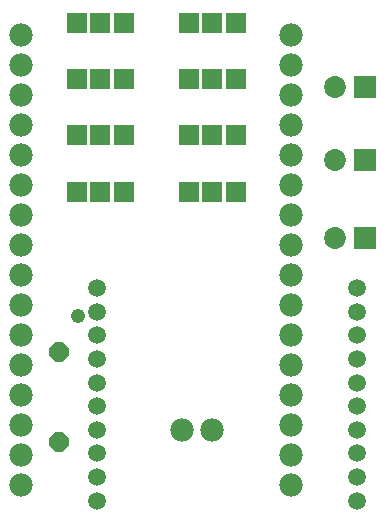
<source format=gbs>
G75*
G70*
%OFA0B0*%
%FSLAX24Y24*%
%IPPOS*%
%LPD*%
%AMOC8*
5,1,8,0,0,1.08239X$1,22.5*
%
%ADD10C,0.0780*%
%ADD11OC8,0.0640*%
%ADD12R,0.0730X0.0730*%
%ADD13C,0.0730*%
%ADD14C,0.0595*%
%ADD15R,0.0674X0.0674*%
%ADD16C,0.0480*%
D10*
X007149Y005310D03*
X007149Y006310D03*
X007149Y007310D03*
X007149Y008310D03*
X007149Y009310D03*
X007149Y010310D03*
X007149Y011310D03*
X007149Y012310D03*
X007149Y013310D03*
X007149Y014310D03*
X007149Y015310D03*
X007149Y016310D03*
X007149Y017310D03*
X007149Y018310D03*
X007149Y019310D03*
X007149Y020310D03*
X016149Y020310D03*
X016149Y019310D03*
X016149Y018310D03*
X016149Y017310D03*
X016149Y016310D03*
X016149Y015310D03*
X016149Y014310D03*
X016149Y013310D03*
X016149Y012310D03*
X016149Y011310D03*
X016149Y010310D03*
X016149Y009310D03*
X016149Y008310D03*
X016149Y007310D03*
X016149Y006310D03*
X016149Y005310D03*
X013511Y007168D03*
X012511Y007168D03*
D11*
X008436Y006751D03*
X008436Y009751D03*
D12*
X018609Y013550D03*
X018629Y016149D03*
X018629Y018601D03*
D13*
X017629Y018601D03*
X017629Y016149D03*
X017609Y013550D03*
D14*
X018361Y011885D03*
X018361Y011097D03*
X018361Y010310D03*
X018361Y009523D03*
X018361Y008735D03*
X018361Y007948D03*
X018361Y007160D03*
X018361Y006373D03*
X018361Y005586D03*
X018361Y004798D03*
X009700Y004798D03*
X009700Y005586D03*
X009700Y006373D03*
X009700Y007160D03*
X009700Y007948D03*
X009700Y008735D03*
X009700Y009523D03*
X009700Y010310D03*
X009700Y011097D03*
X009700Y011885D03*
D15*
X009790Y015089D03*
X009003Y015089D03*
X010578Y015089D03*
X010578Y016971D03*
X009790Y016971D03*
X009003Y016971D03*
X009003Y018853D03*
X009790Y018853D03*
X010578Y018853D03*
X010578Y020735D03*
X009790Y020735D03*
X009003Y020735D03*
X012739Y020735D03*
X013526Y020735D03*
X014314Y020735D03*
X014314Y018853D03*
X013526Y018853D03*
X012739Y018853D03*
X012739Y016971D03*
X013526Y016971D03*
X014314Y016971D03*
X014314Y015089D03*
X013526Y015089D03*
X012739Y015089D03*
D16*
X009038Y010967D03*
M02*

</source>
